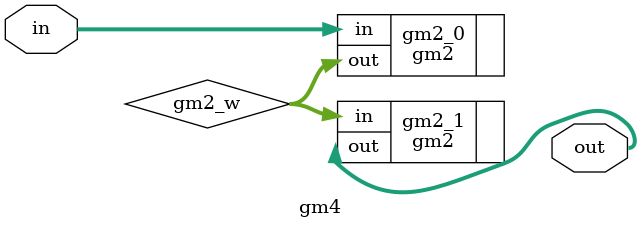
<source format=sv>
module gm4 (input logic [7:0] in,
            output logic [7:0] out);
            
logic [7:0] gm2_w;

gm2 gm2_0 (.in (in),
         .out(gm2_w));
         
gm2 gm2_1 (.in (gm2_w),
         .out(out));
                
    
endmodule
</source>
